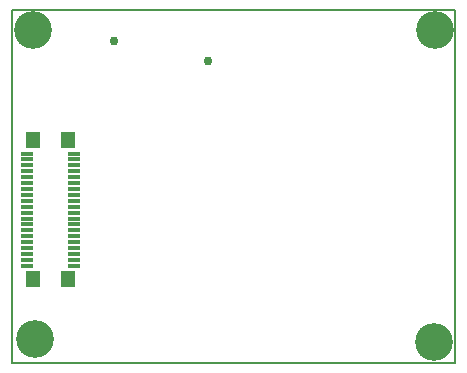
<source format=gbs>
%FSLAX25Y25*%
%MOIN*%
G70*
G01*
G75*
G04 Layer_Color=16711935*
%ADD10R,0.01969X0.01969*%
%ADD11R,0.02362X0.01969*%
%ADD12R,0.02559X0.02165*%
%ADD13R,0.03740X0.03740*%
%ADD14R,0.02165X0.02559*%
%ADD15R,0.03740X0.03740*%
%ADD16R,0.01969X0.01378*%
%ADD17R,0.02756X0.01181*%
%ADD18R,0.03504X0.06299*%
%ADD19C,0.01181*%
%ADD20C,0.01000*%
%ADD21C,0.02362*%
%ADD22C,0.01378*%
%ADD23C,0.00787*%
%ADD24C,0.01969*%
%ADD25C,0.11811*%
%ADD26C,0.02165*%
%ADD27R,0.03937X0.01378*%
%ADD28R,0.04724X0.05315*%
%ADD29C,0.01260*%
%ADD30C,0.00591*%
%ADD31C,0.00394*%
%ADD32C,0.00709*%
%ADD33C,0.00276*%
%ADD34R,0.02769X0.02769*%
%ADD35R,0.03162X0.02769*%
%ADD36R,0.03359X0.02965*%
%ADD37R,0.04540X0.04540*%
%ADD38R,0.02965X0.03359*%
%ADD39R,0.04540X0.04540*%
%ADD40R,0.02769X0.02178*%
%ADD41R,0.03386X0.01811*%
%ADD42R,0.04134X0.06929*%
%ADD43C,0.12611*%
%ADD44C,0.02965*%
%ADD45R,0.04252X0.01693*%
%ADD46R,0.05039X0.05630*%
D23*
X-100Y-100D02*
X147538D01*
X-81Y117660D02*
X147540D01*
X147557Y117643D01*
Y-57D02*
Y117643D01*
X-81Y-57D02*
Y117660D01*
Y-57D02*
X147557D01*
D43*
X7380Y7774D02*
D03*
X140451Y6987D02*
D03*
X6691Y110924D02*
D03*
X140648D02*
D03*
D44*
X33900Y107300D02*
D03*
X65000Y100400D02*
D03*
D45*
X4920Y34250D02*
D03*
Y32282D02*
D03*
Y34250D02*
D03*
Y36219D02*
D03*
Y38187D02*
D03*
Y40156D02*
D03*
Y42124D02*
D03*
Y44093D02*
D03*
Y46061D02*
D03*
Y48030D02*
D03*
Y49998D02*
D03*
Y51967D02*
D03*
Y53935D02*
D03*
Y55904D02*
D03*
Y57872D02*
D03*
Y59841D02*
D03*
Y61809D02*
D03*
Y63778D02*
D03*
Y65746D02*
D03*
Y67715D02*
D03*
Y69683D02*
D03*
X20471Y69683D02*
D03*
Y67715D02*
D03*
Y65746D02*
D03*
Y63778D02*
D03*
Y61809D02*
D03*
Y59841D02*
D03*
Y57872D02*
D03*
Y55904D02*
D03*
Y53935D02*
D03*
Y51967D02*
D03*
Y49998D02*
D03*
Y48030D02*
D03*
Y46061D02*
D03*
Y44093D02*
D03*
Y42124D02*
D03*
Y40156D02*
D03*
Y38187D02*
D03*
Y36219D02*
D03*
Y34250D02*
D03*
Y32282D02*
D03*
D46*
X18601Y27754D02*
D03*
X6790D02*
D03*
Y74309D02*
D03*
X18601D02*
D03*
M02*

</source>
